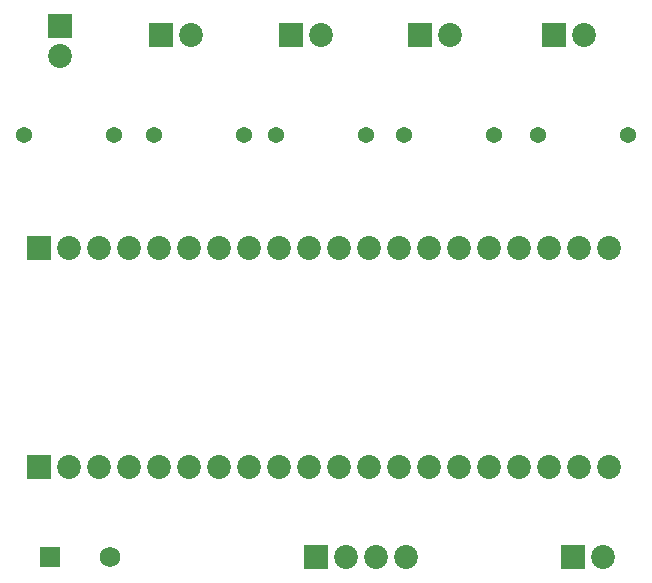
<source format=gbr>
G04 DipTrace 4.2.0.1*
G04 TopMask.gbr*
%MOIN*%
G04 #@! TF.FileFunction,Soldermask,Top*
G04 #@! TF.Part,Single*
%ADD28C,0.053937*%
%ADD30C,0.053937*%
%ADD32C,0.068898*%
%ADD34R,0.068898X0.068898*%
%ADD36C,0.079528*%
%ADD38R,0.079528X0.079528*%
%FSLAX26Y26*%
G04*
G70*
G90*
G75*
G01*
G04 TopMask*
%LPD*%
D38*
X1177789Y2433953D3*
D36*
X1277789D3*
D38*
X1614063D3*
D36*
X1714063D3*
D38*
X2042042D3*
D36*
X2142042D3*
D38*
X2488978D3*
D36*
X2588978D3*
D38*
X843150Y2465980D3*
D36*
Y2365980D3*
D38*
X1695549Y694866D3*
D36*
X1795549D3*
X1895549D3*
X1995549D3*
D34*
X809302D3*
D32*
X1009302D3*
D30*
X1457374Y2101039D3*
D28*
X1157374D3*
D30*
X1862291D3*
D28*
X1562291D3*
D30*
X2290270D3*
D28*
X1990270D3*
D30*
X2737206D3*
D28*
X2437206D3*
D30*
X1021425D3*
D28*
X721425D3*
D38*
X773197Y1724434D3*
D36*
X873197D3*
X973197D3*
X1073197D3*
X1173197D3*
X1273197D3*
X1373197D3*
X1473197D3*
X1573197D3*
X1673197D3*
X1773197D3*
X1873197D3*
X1973197D3*
X2073197D3*
X2173197D3*
X2273197D3*
X2373197D3*
X2473197D3*
X2573197D3*
X2673197D3*
D38*
X773197Y995368D3*
D36*
X873197D3*
X973197D3*
X1073197D3*
X1173197D3*
X1273197D3*
X1373197D3*
X1473197D3*
X1573197D3*
X1673197D3*
X1773197D3*
X1873197D3*
X1973197D3*
X2073197D3*
X2173197D3*
X2273197D3*
X2373197D3*
X2473197D3*
X2573197D3*
X2673197D3*
D38*
X2551760Y694866D3*
D36*
X2651760D3*
M02*

</source>
